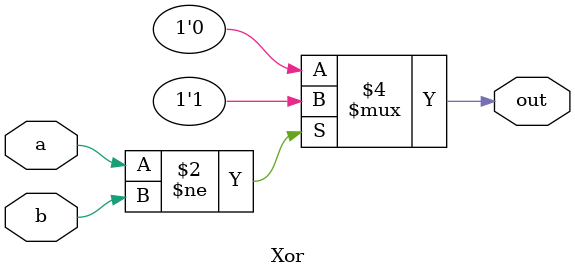
<source format=v>
module Xor(output reg out, input a, b);
  always @ (a, b) begin
    if (a!=b) begin
      out = 1'b1; 
    end
    else
      out = 1'b0; 
    end
endmodule

</source>
